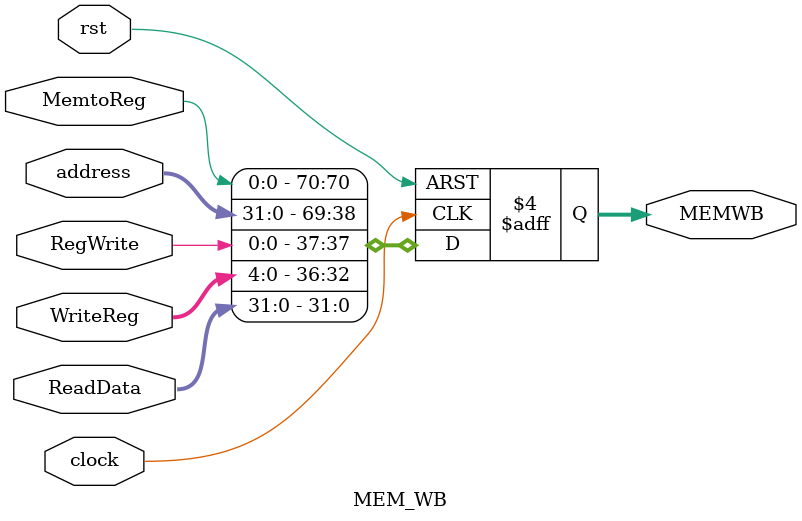
<source format=v>

module MEM_WB(clock,rst,MemtoReg, WriteReg, RegWrite, ReadData, MEMWB,address);

input [31:0] ReadData,address;
input [4:0] WriteReg;
input RegWrite,clock,rst,MemtoReg;
output reg [70:0] MEMWB;

always @(posedge clock, posedge rst)
begin

if(rst==1) 
	MEMWB = 0;
else if (clock ==1) begin 

MEMWB[31:0]	<=	 ReadData;
MEMWB[70]	<=	 MemtoReg;
MEMWB[36:32]<=	 WriteReg;
MEMWB[37]   <=  RegWrite;
MEMWB[69:38]<=	 address;

end
end

endmodule


</source>
